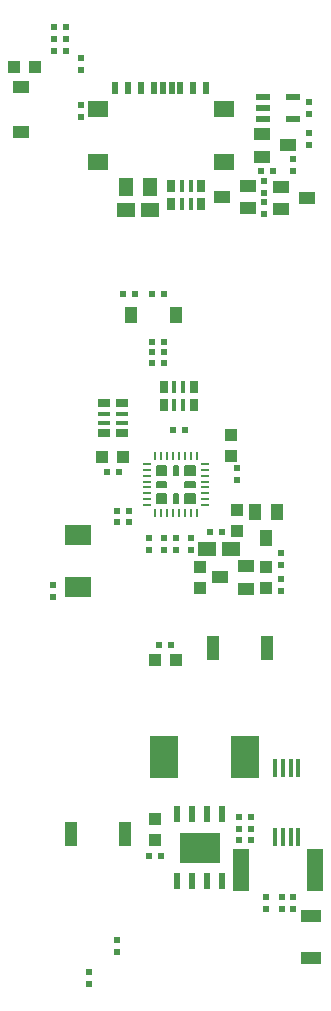
<source format=gbr>
G04 #@! TF.GenerationSoftware,KiCad,Pcbnew,5.1.6-c6e7f7d~87~ubuntu18.04.1*
G04 #@! TF.CreationDate,2022-05-31T16:19:01+03:00*
G04 #@! TF.ProjectId,ESP32-PoE-ISO_Rev_J,45535033-322d-4506-9f45-2d49534f5f52,J*
G04 #@! TF.SameCoordinates,Original*
G04 #@! TF.FileFunction,Paste,Bot*
G04 #@! TF.FilePolarity,Positive*
%FSLAX46Y46*%
G04 Gerber Fmt 4.6, Leading zero omitted, Abs format (unit mm)*
G04 Created by KiCad (PCBNEW 5.1.6-c6e7f7d~87~ubuntu18.04.1) date 2022-05-31 16:19:01*
%MOMM*%
%LPD*%
G01*
G04 APERTURE LIST*
%ADD10C,0.200000*%
%ADD11R,1.400000X1.000000*%
%ADD12R,1.016000X1.016000*%
%ADD13R,1.016000X2.032000*%
%ADD14R,2.400000X3.600000*%
%ADD15R,0.550000X0.500000*%
%ADD16R,0.500000X0.550000*%
%ADD17R,1.270000X1.524000*%
%ADD18R,1.524000X1.270000*%
%ADD19R,1.778000X1.016000*%
%ADD20R,0.500000X1.000000*%
%ADD21R,1.754000X1.454000*%
%ADD22R,0.381000X1.016000*%
%ADD23R,0.635000X1.016000*%
%ADD24R,1.000000X1.400000*%
%ADD25R,0.230000X0.780000*%
%ADD26R,0.780000X0.230000*%
%ADD27R,1.016000X0.381000*%
%ADD28R,1.016000X0.635000*%
%ADD29R,2.286000X1.778000*%
%ADD30R,0.350000X1.500000*%
%ADD31R,3.500000X2.600000*%
%ADD32R,0.600000X1.400000*%
%ADD33R,1.454000X3.654001*%
%ADD34R,1.200000X0.550000*%
G04 APERTURE END LIST*
D10*
X107010000Y-137706000D02*
X107010000Y-138506000D01*
X106210000Y-137706000D02*
X107010000Y-137706000D01*
X106210000Y-138506000D02*
X106210000Y-137706000D01*
X107010000Y-138506000D02*
X106210000Y-138506000D01*
X107010000Y-138406000D02*
X106210000Y-138406000D01*
X107010000Y-138306000D02*
X106210000Y-138306000D01*
X107010000Y-138206000D02*
X106210000Y-138206000D01*
X107010000Y-138106000D02*
X106210000Y-138106000D01*
X107010000Y-138006000D02*
X106210000Y-138006000D01*
X107010000Y-137906000D02*
X106210000Y-137906000D01*
X107010000Y-137806000D02*
X106210000Y-137806000D01*
X104610000Y-137806000D02*
X103810000Y-137806000D01*
X104610000Y-137906000D02*
X103810000Y-137906000D01*
X104610000Y-138006000D02*
X103810000Y-138006000D01*
X104610000Y-138106000D02*
X103810000Y-138106000D01*
X104610000Y-138206000D02*
X103810000Y-138206000D01*
X104610000Y-138306000D02*
X103810000Y-138306000D01*
X104610000Y-138406000D02*
X103810000Y-138406000D01*
X104610000Y-138506000D02*
X103810000Y-138506000D01*
X103810000Y-138506000D02*
X103810000Y-137706000D01*
X103810000Y-137706000D02*
X104610000Y-137706000D01*
X104610000Y-137706000D02*
X104610000Y-138506000D01*
X107010000Y-135406000D02*
X106210000Y-135406000D01*
X107010000Y-135506000D02*
X106210000Y-135506000D01*
X107010000Y-135606000D02*
X106210000Y-135606000D01*
X107010000Y-135706000D02*
X106210000Y-135706000D01*
X107010000Y-135806000D02*
X106210000Y-135806000D01*
X107010000Y-135906000D02*
X106210000Y-135906000D01*
X107010000Y-136006000D02*
X106210000Y-136006000D01*
X107010000Y-136106000D02*
X106210000Y-136106000D01*
X106210000Y-136106000D02*
X106210000Y-135306000D01*
X106210000Y-135306000D02*
X107010000Y-135306000D01*
X107010000Y-135306000D02*
X107010000Y-136106000D01*
X104610000Y-135306000D02*
X104610000Y-136106000D01*
X103810000Y-135306000D02*
X104610000Y-135306000D01*
X103810000Y-136106000D02*
X103810000Y-135306000D01*
X104610000Y-136106000D02*
X103810000Y-136106000D01*
X104610000Y-136006000D02*
X103810000Y-136006000D01*
X104610000Y-135906000D02*
X103810000Y-135906000D01*
X104610000Y-135806000D02*
X103810000Y-135806000D01*
X104610000Y-135706000D02*
X103810000Y-135706000D01*
X104610000Y-135606000D02*
X103810000Y-135606000D01*
X104610000Y-135506000D02*
X103810000Y-135506000D01*
X104610000Y-135406000D02*
X103810000Y-135406000D01*
X105210000Y-138506000D02*
X105610000Y-138506000D01*
X105210000Y-137706000D02*
X105210000Y-138506000D01*
X105610000Y-137706000D02*
X105210000Y-137706000D01*
X105610000Y-138506000D02*
X105610000Y-137706000D01*
X105510000Y-138506000D02*
X105510000Y-137706000D01*
X105410000Y-138506000D02*
X105410000Y-137706000D01*
X105310000Y-138506000D02*
X105310000Y-137706000D01*
X105310000Y-136106000D02*
X105310000Y-135306000D01*
X105410000Y-136106000D02*
X105410000Y-135306000D01*
X105510000Y-136106000D02*
X105510000Y-135306000D01*
X105610000Y-136106000D02*
X105610000Y-135306000D01*
X105610000Y-135306000D02*
X105210000Y-135306000D01*
X105210000Y-135306000D02*
X105210000Y-136106000D01*
X105210000Y-136106000D02*
X105610000Y-136106000D01*
X107010000Y-136706000D02*
X107010000Y-137106000D01*
X106210000Y-136706000D02*
X107010000Y-136706000D01*
X106210000Y-137106000D02*
X106210000Y-136706000D01*
X107010000Y-137106000D02*
X106210000Y-137106000D01*
X107010000Y-137006000D02*
X106210000Y-137006000D01*
X106210000Y-136906000D02*
X107010000Y-136906000D01*
X107010000Y-136806000D02*
X106210000Y-136806000D01*
X104610000Y-136806000D02*
X103810000Y-136806000D01*
X103810000Y-136906000D02*
X104610000Y-136906000D01*
X104610000Y-137006000D02*
X103810000Y-137006000D01*
X104610000Y-137106000D02*
X103810000Y-137106000D01*
X103810000Y-137106000D02*
X103810000Y-136706000D01*
X103810000Y-136706000D02*
X104610000Y-136706000D01*
X104610000Y-136706000D02*
X104610000Y-137106000D01*
D11*
X92329000Y-103256000D03*
X92329000Y-107056000D03*
D12*
X91694000Y-101600000D03*
X93472000Y-101600000D03*
D13*
X101092000Y-166497000D03*
X96520000Y-166497000D03*
X113157000Y-150749000D03*
X108585000Y-150749000D03*
D14*
X104423000Y-160020000D03*
X111223000Y-160020000D03*
D15*
X94996000Y-145415000D03*
X94996000Y-146431000D03*
D16*
X95123000Y-99187000D03*
X96139000Y-99187000D03*
X95123000Y-98171000D03*
X96139000Y-98171000D03*
X96139000Y-100203000D03*
X95123000Y-100203000D03*
D12*
X105410000Y-151765000D03*
X103632000Y-151765000D03*
D15*
X114300000Y-142748000D03*
X114300000Y-143764000D03*
D12*
X113030000Y-143891000D03*
X113030000Y-145669000D03*
D17*
X103251000Y-111760000D03*
X101219000Y-111760000D03*
D16*
X106172000Y-132334000D03*
X105156000Y-132334000D03*
X99568000Y-135890000D03*
X100584000Y-135890000D03*
X101473000Y-139192000D03*
X100457000Y-139192000D03*
X109347000Y-140970000D03*
X108331000Y-140970000D03*
X113665000Y-110363000D03*
X112649000Y-110363000D03*
D15*
X97409000Y-105791000D03*
X97409000Y-104775000D03*
D16*
X104394000Y-126619000D03*
X103378000Y-126619000D03*
X104394000Y-124841000D03*
X103378000Y-124841000D03*
X104394000Y-120777000D03*
X103378000Y-120777000D03*
X104394000Y-125730000D03*
X103378000Y-125730000D03*
X100457000Y-140081000D03*
X101473000Y-140081000D03*
D15*
X110617000Y-136525000D03*
X110617000Y-135509000D03*
X105410000Y-141478000D03*
X105410000Y-142494000D03*
X106680000Y-142494000D03*
X106680000Y-141478000D03*
X103124000Y-142494000D03*
X103124000Y-141478000D03*
X104394000Y-142494000D03*
X104394000Y-141478000D03*
X114300000Y-145923000D03*
X114300000Y-144907000D03*
D16*
X105029000Y-150495000D03*
X104013000Y-150495000D03*
D15*
X115316000Y-109347000D03*
X115316000Y-110363000D03*
D11*
X111343440Y-143830040D03*
X111343440Y-145732500D03*
X109133640Y-144777460D03*
X114335560Y-113598960D03*
X114335560Y-111696500D03*
X116545360Y-112651540D03*
D18*
X101219000Y-113665000D03*
X103251000Y-113665000D03*
D19*
X116840000Y-177038000D03*
X116840000Y-173482000D03*
D20*
X100290000Y-103380000D03*
X101390000Y-103380000D03*
X102490000Y-103380000D03*
X103590000Y-103380000D03*
X104340000Y-103380000D03*
X105040000Y-103380000D03*
X105790000Y-103380000D03*
X106890000Y-103380000D03*
X107990000Y-103380000D03*
D21*
X109440000Y-105130000D03*
X98840000Y-105130000D03*
X109440000Y-109580000D03*
X98840000Y-109580000D03*
D12*
X110109000Y-134493000D03*
X110109000Y-132715000D03*
X99187000Y-134620000D03*
X100965000Y-134620000D03*
X107442000Y-143891000D03*
X107442000Y-145669000D03*
X110617000Y-140843000D03*
X110617000Y-139065000D03*
D22*
X106045000Y-128651000D03*
X105283000Y-128651000D03*
X106045000Y-130175000D03*
X105283000Y-130175000D03*
D23*
X106934000Y-128651000D03*
X106934000Y-130175000D03*
X104394000Y-128651000D03*
X104394000Y-130175000D03*
D11*
X111506000Y-111633000D03*
X111506000Y-113535460D03*
X109296200Y-112580420D03*
D18*
X110109000Y-142367000D03*
X108077000Y-142367000D03*
D15*
X116713000Y-108204000D03*
X116713000Y-107188000D03*
D24*
X105405000Y-122555000D03*
X101605000Y-122555000D03*
D16*
X100965000Y-120777000D03*
X101981000Y-120777000D03*
D25*
X103660000Y-139356000D03*
X104160000Y-139356000D03*
X104660000Y-139356000D03*
X105160000Y-139356000D03*
X105660000Y-139356000D03*
X106160000Y-139356000D03*
X106660000Y-139356000D03*
X107160000Y-139356000D03*
D26*
X107860000Y-138656000D03*
X107860000Y-138156000D03*
X107860000Y-137656000D03*
X107860000Y-137156000D03*
X107860000Y-136656000D03*
X107860000Y-136156000D03*
X107860000Y-135656000D03*
X107860000Y-135156000D03*
D25*
X107160000Y-134456000D03*
X106660000Y-134456000D03*
X106160000Y-134456000D03*
X105660000Y-134456000D03*
X105160000Y-134456000D03*
X104660000Y-134456000D03*
X104160000Y-134456000D03*
X103660000Y-134456000D03*
D26*
X102960000Y-135156000D03*
X102960000Y-135656000D03*
X102960000Y-136156000D03*
X102960000Y-136656000D03*
X102960000Y-137156000D03*
X102960000Y-137656000D03*
X102960000Y-138156000D03*
X102960000Y-138656000D03*
D15*
X112903000Y-114046000D03*
X112903000Y-113030000D03*
X112903000Y-112268000D03*
X112903000Y-111252000D03*
D11*
X114892000Y-108204000D03*
X112692000Y-107254000D03*
X112692000Y-109154000D03*
D24*
X113027460Y-141437360D03*
X113982500Y-139227560D03*
X112080040Y-139227560D03*
D23*
X105029000Y-113157000D03*
X105029000Y-111633000D03*
X107569000Y-113157000D03*
X107569000Y-111633000D03*
D22*
X105918000Y-113157000D03*
X106680000Y-113157000D03*
X105918000Y-111633000D03*
X106680000Y-111633000D03*
D27*
X99314000Y-130937000D03*
X99314000Y-131699000D03*
X100838000Y-130937000D03*
X100838000Y-131699000D03*
D28*
X99314000Y-130048000D03*
X100838000Y-130048000D03*
X99314000Y-132588000D03*
X100838000Y-132588000D03*
D29*
X97155000Y-145560000D03*
X97155000Y-141206000D03*
D15*
X100457000Y-175514000D03*
X100457000Y-176530000D03*
X98044000Y-179197000D03*
X98044000Y-178181000D03*
D16*
X111760000Y-167005000D03*
X110744000Y-167005000D03*
D15*
X113030000Y-171831000D03*
X113030000Y-172847000D03*
X115316000Y-172847000D03*
X115316000Y-171831000D03*
X114427000Y-172847000D03*
X114427000Y-171831000D03*
D16*
X103124000Y-168402000D03*
X104140000Y-168402000D03*
X110744000Y-165100000D03*
X111760000Y-165100000D03*
X111760000Y-166116000D03*
X110744000Y-166116000D03*
D30*
X115783000Y-160880000D03*
X115133000Y-160880000D03*
X114483000Y-160880000D03*
X113833000Y-160880000D03*
X113833000Y-166780000D03*
X114483000Y-166780000D03*
X115133000Y-166780000D03*
X115783000Y-166780000D03*
D31*
X107442000Y-167646000D03*
D32*
X105537000Y-170446000D03*
X106807000Y-170446000D03*
X108077000Y-170446000D03*
X109347000Y-170446000D03*
X109347000Y-164846000D03*
X108077000Y-164846000D03*
X106807000Y-164846000D03*
X105537000Y-164846000D03*
D12*
X103632000Y-165227000D03*
X103632000Y-167005000D03*
D33*
X117196000Y-169545000D03*
X110896000Y-169545000D03*
D15*
X116713000Y-104521000D03*
X116713000Y-105537000D03*
D34*
X115351000Y-104079001D03*
X115351000Y-105979001D03*
X112751000Y-104079001D03*
X112751000Y-105029001D03*
X112751000Y-105979001D03*
D15*
X97409000Y-100838000D03*
X97409000Y-101854000D03*
M02*

</source>
